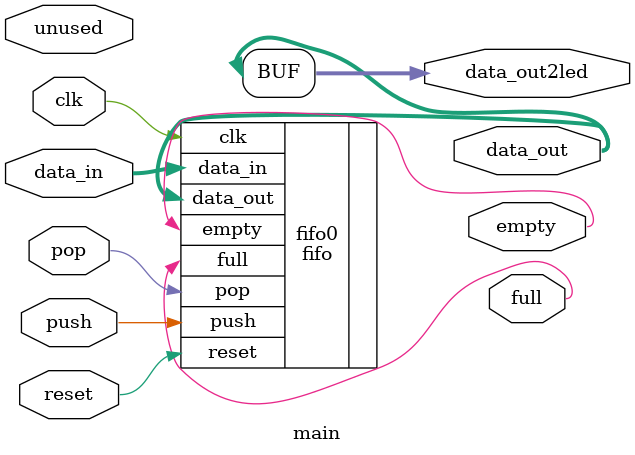
<source format=v>
`include "fifo.v"

module main (input clk, input reset, output full, output empty, input[7:0] data_in, output[7:0] data_out, input push, input pop, output [7:0] data_out2led, input [3:0] unused);

fifo fifo0(
  .clk(clk),
  .reset(reset),
  .full(full),
  .empty(empty),
  .data_in(data_in),
  .data_out(data_out),
  .push(push),
  .pop(pop));

assign data_out2led = data_out;

/*
always @ (posedge clk) begin
  data_out[7:1] = data_in[7:1];
end
*/

// assign unused = z;

endmodule

</source>
